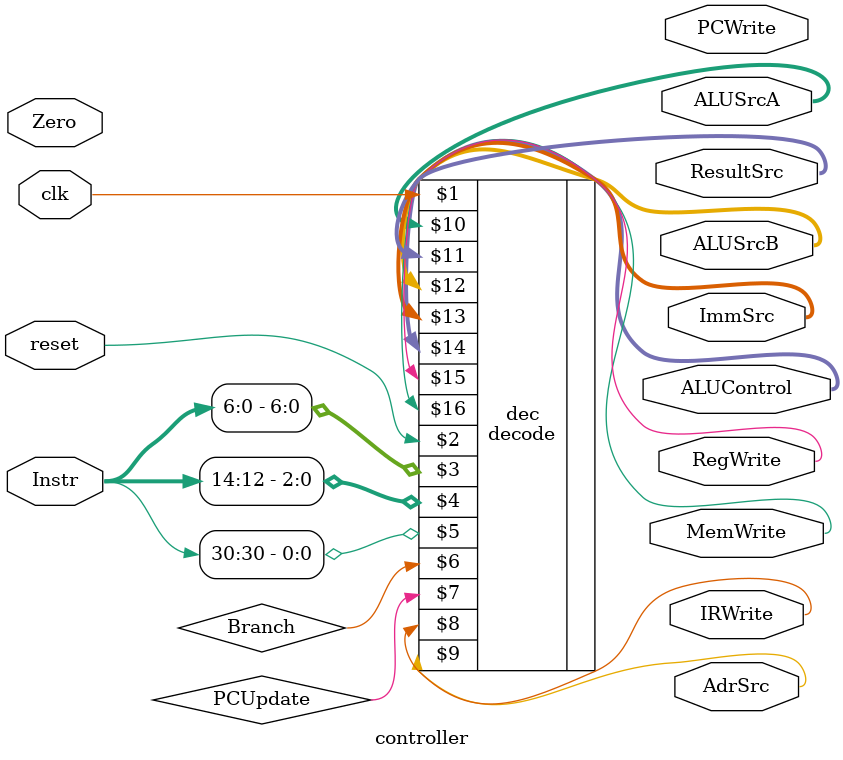
<source format=sv>
module controller(input logic clk,
                  input logic reset,
                  input logic [31:0] Instr,
                  input logic  Zero,
                  output logic PCWrite,
                  output logic MemWrite,
                  output logic RegWrite,
                  output logic IRWrite,
                  output logic AdrSrc,
                  output logic [1:0] ALUSrcA,
                  output logic [1:0] ALUSrcB,
                  output logic [1:0] ResultSrc,
                  output logic [1:0] ImmSrc,
                  output logic [2:0] ALUControl);


  logic Branch, PCUpdate;

  decode dec(clk, reset, Instr[6:0], Instr[14:12], Instr[30],
             Branch, PCUpdate,
             IRWrite, AdrSrc, ALUSrcA, ResultSrc,
             ALUSrcB, ImmSrc, ALUControl, RegWrite, MemWrite);
endmodule

</source>
